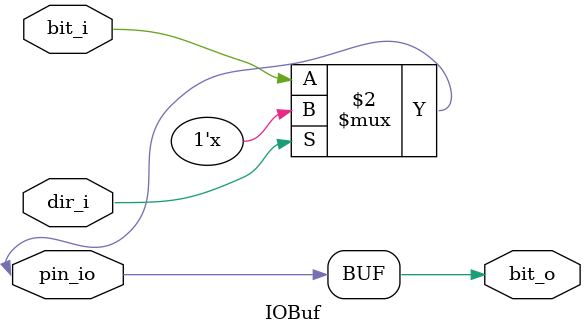
<source format=v>
`default_nettype none

module IOBuf
(
    input   wire    dir_i,      //  Direction control (INPUT=1; OUTPUT=0)
    input   wire    bit_i,      //  Bit value to output to pin
    output  wire    bit_o,      //  Bit value read from pin

    inout   wire    pin_io      //  bi-directional pin
);

    assign pin_io = (dir_i == 1'b1) ? 1'bz : bit_i;
    assign bit_o = pin_io;
endmodule

</source>
